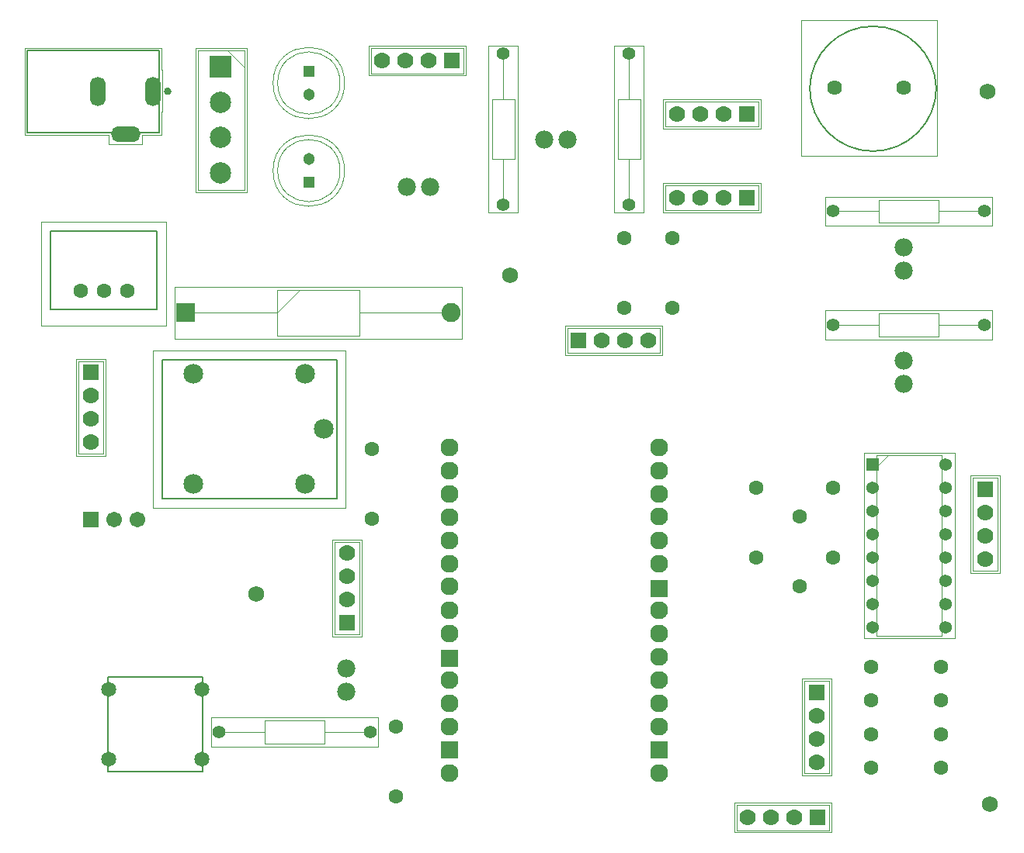
<source format=gts>
G04*
G04 #@! TF.GenerationSoftware,Altium Limited,Altium Designer,18.0.9 (584)*
G04*
G04 Layer_Color=8388736*
%FSLAX44Y44*%
%MOMM*%
G71*
G01*
G75*
%ADD10C,0.2000*%
%ADD11C,0.1000*%
%ADD12C,0.1270*%
%ADD13C,0.4000*%
%ADD16C,0.0001*%
%ADD17C,0.0500*%
%ADD18C,1.4032*%
%ADD19C,1.7272*%
%ADD20R,1.7032X1.7032*%
%ADD21C,1.7032*%
%ADD22R,1.7782X1.7782*%
%ADD23C,1.7782*%
%ADD24R,1.7782X1.7782*%
%ADD25R,1.3632X1.3632*%
%ADD26C,1.3632*%
%ADD27C,2.3332*%
%ADD28R,2.3332X2.3332*%
%ADD29R,2.0782X2.0782*%
%ADD30C,2.0782*%
%ADD31C,1.3032*%
%ADD32R,1.3032X1.3032*%
%ADD33C,1.6202*%
%ADD34C,1.6032*%
%ADD35C,1.6532*%
%ADD36C,2.1532*%
%ADD37C,1.9812*%
%ADD38O,3.2192X1.7112*%
%ADD39O,1.7112X3.2192*%
%ADD40C,1.9558*%
%ADD41R,1.9558X1.9558*%
D10*
X1112809Y1189800D02*
G03*
X1250709Y1189800I68950J0D01*
G01*
D02*
G03*
X1112809Y1189800I-68950J-1530D01*
G01*
X284970Y948345D02*
X400970D01*
Y1033345D01*
X284970D02*
X400970D01*
X284970Y948345D02*
Y1033345D01*
X347280Y546800D02*
X450280D01*
Y443800D02*
Y546800D01*
X347280Y443800D02*
X450280D01*
X347280D02*
Y546800D01*
X596730Y741430D02*
Y893430D01*
X406730D02*
X596730D01*
X406730Y741430D02*
Y893430D01*
Y741430D02*
X596730D01*
D11*
X600500Y1195260D02*
G03*
X600500Y1195260I-34000J0D01*
G01*
Y1099570D02*
G03*
X600500Y1099570I-34000J0D01*
G01*
X518730Y473910D02*
X583730D01*
X518730D02*
Y498910D01*
X583730D01*
Y473910D02*
Y498910D01*
Y486410D02*
X633730D01*
X468730D02*
X518730D01*
X315310Y891755D02*
X342710D01*
Y790655D02*
Y891755D01*
X315310Y790655D02*
X342710D01*
X315310D02*
Y891755D01*
X1106540Y542645D02*
X1133940D01*
Y441545D02*
Y542645D01*
X1106540Y441545D02*
X1133940D01*
X1106540D02*
Y542645D01*
X848215Y900700D02*
Y928100D01*
X949315D01*
Y900700D02*
Y928100D01*
X848215Y900700D02*
X949315D01*
X594630Y593340D02*
X622030D01*
X594630D02*
Y694440D01*
X622030D01*
Y593340D02*
Y694440D01*
X735160Y1205845D02*
Y1233245D01*
X634060Y1205845D02*
X735160D01*
X634060D02*
Y1233245D01*
X735160D01*
X1056724Y1147685D02*
Y1175085D01*
X955624Y1147685D02*
X1056724D01*
X955624D02*
Y1175085D01*
X1056724D01*
Y1056245D02*
Y1083645D01*
X955624Y1056245D02*
X1056724D01*
X955624D02*
Y1083645D01*
X1056724D01*
X1290164Y764090D02*
X1317564D01*
Y662990D02*
Y764090D01*
X1290164Y662990D02*
X1317564D01*
X1290164D02*
Y764090D01*
X1133940Y379490D02*
Y406890D01*
X1032840Y379490D02*
X1133940D01*
X1032840D02*
Y406890D01*
X1133940D01*
X1185714Y788665D02*
X1256814D01*
Y591765D02*
Y788665D01*
X1185714Y591765D02*
X1256814D01*
X1185714D02*
Y788665D01*
Y775965D02*
X1198414Y788665D01*
X477430Y1231180D02*
X496680Y1211930D01*
X445880Y1231180D02*
X496680D01*
X445880Y1078780D02*
Y1231180D01*
Y1078780D02*
X496680D01*
Y1231180D01*
X531880Y969450D02*
X621880D01*
Y919400D02*
Y969450D01*
X531880Y919400D02*
X621880D01*
X531880D02*
Y969450D01*
Y944430D02*
X556900Y969450D01*
X431880Y944430D02*
X531880D01*
X621880D02*
X721880D01*
X791090Y1112245D02*
Y1177245D01*
X766090Y1112245D02*
X791090D01*
X766090D02*
Y1177245D01*
X791090D01*
X778590D02*
Y1227245D01*
Y1062245D02*
Y1112245D01*
X903250D02*
Y1177245D01*
X928250D01*
Y1112245D02*
Y1177245D01*
X903250Y1112245D02*
X928250D01*
X915750Y1062245D02*
Y1112245D01*
Y1177245D02*
Y1227245D01*
X1188384Y943796D02*
X1253384D01*
Y918796D02*
Y943796D01*
X1188384Y918796D02*
X1253384D01*
X1188384D02*
Y943796D01*
X1138384Y931296D02*
X1188384D01*
X1253384D02*
X1303384D01*
X1188384Y1067689D02*
X1253384D01*
Y1042689D02*
Y1067689D01*
X1188384Y1042689D02*
X1253384D01*
X1188384D02*
Y1067689D01*
X1138384Y1055189D02*
X1188384D01*
X1253384D02*
X1303384D01*
X1103469Y1115850D02*
X1251369D01*
Y1263750D01*
X1103469D02*
X1251369D01*
X1103469Y1115850D02*
Y1263750D01*
X274970Y930345D02*
X410970D01*
Y1043345D01*
X274970D02*
X410970D01*
X274970Y930345D02*
Y1043345D01*
X606730Y731430D02*
Y903430D01*
X396730D02*
X606730D01*
X396730Y731430D02*
Y903430D01*
Y731430D02*
X606730D01*
D12*
X259550Y1141180D02*
Y1231180D01*
X403550Y1141180D02*
Y1231180D01*
X259550D02*
X403550D01*
X259550Y1141180D02*
X403550D01*
X259550D02*
Y1231180D01*
X403550Y1141180D02*
Y1231180D01*
X259550D02*
X403550D01*
X259550Y1141180D02*
X403550D01*
X259550D02*
Y1231180D01*
X403550D01*
X385050Y1141180D02*
X403550D01*
Y1201680D02*
Y1231180D01*
X259550Y1141180D02*
X349050D01*
X403550D02*
Y1171680D01*
D13*
X414550Y1186180D02*
G03*
X414550Y1186180I-2000J0D01*
G01*
D16*
X358550Y1144180D02*
X374550D01*
X358550Y1134180D02*
Y1144180D01*
Y1134180D02*
X374550D01*
Y1144180D01*
X331550Y1178180D02*
Y1194180D01*
Y1178180D02*
X341550D01*
Y1194180D01*
X331550D02*
X341550D01*
X391550Y1178180D02*
Y1194180D01*
Y1178180D02*
X401550D01*
Y1194180D01*
X391550D02*
X401550D01*
D17*
X605500Y1195260D02*
G03*
X605500Y1195260I-39000J0D01*
G01*
Y1099570D02*
G03*
X605500Y1099570I-39000J0D01*
G01*
X460230Y470410D02*
X642230D01*
X460230D02*
Y502410D01*
X642230D01*
Y470410D02*
Y502410D01*
X312810Y894255D02*
X345210D01*
Y788155D02*
Y894255D01*
X312810Y788155D02*
X345210D01*
X312810D02*
Y894255D01*
X1104040Y545145D02*
X1136440D01*
Y439045D02*
Y545145D01*
X1104040Y439045D02*
X1136440D01*
X1104040D02*
Y545145D01*
X845715Y898200D02*
Y930600D01*
X951815D01*
Y898200D02*
Y930600D01*
X845715Y898200D02*
X951815D01*
X592130Y590840D02*
X624530D01*
X592130D02*
Y696940D01*
X624530D01*
Y590840D02*
Y696940D01*
X737660Y1203345D02*
Y1235745D01*
X631560Y1203345D02*
X737660D01*
X631560D02*
Y1235745D01*
X737660D01*
X1059224Y1145185D02*
Y1177585D01*
X953124Y1145185D02*
X1059224D01*
X953124D02*
Y1177585D01*
X1059224D01*
Y1053745D02*
Y1086145D01*
X953124Y1053745D02*
X1059224D01*
X953124D02*
Y1086145D01*
X1059224D01*
X1287664Y766590D02*
X1320064D01*
Y660490D02*
Y766590D01*
X1287664Y660490D02*
X1320064D01*
X1287664D02*
Y766590D01*
X1136440Y376990D02*
Y409390D01*
X1030340Y376990D02*
X1136440D01*
X1030340D02*
Y409390D01*
X1136440D01*
X1171664Y791165D02*
X1270864D01*
Y589265D02*
Y791165D01*
X1171664Y589265D02*
X1270864D01*
X1171664D02*
Y791165D01*
X443380Y1233680D02*
X499180D01*
X443380Y1076280D02*
Y1233680D01*
Y1076280D02*
X499180D01*
Y1233680D01*
X420000Y972950D02*
X733750D01*
Y915900D02*
Y972950D01*
X420000Y915900D02*
X733750D01*
X420000D02*
Y972950D01*
X794590Y1053745D02*
Y1235745D01*
X762590Y1053745D02*
X794590D01*
X762590D02*
Y1235745D01*
X794590D01*
X899750Y1053745D02*
Y1235745D01*
X931750D01*
Y1053745D02*
Y1235745D01*
X899750Y1053745D02*
X931750D01*
X1129884Y947296D02*
X1311884D01*
Y915296D02*
Y947296D01*
X1129884Y915296D02*
X1311884D01*
X1129884D02*
Y947296D01*
Y1071189D02*
X1311884D01*
Y1039189D02*
Y1071189D01*
X1129884Y1039189D02*
X1311884D01*
X1129884D02*
Y1071189D01*
X406050Y1209680D02*
X407050D01*
Y1163680D02*
Y1209680D01*
X406050Y1163680D02*
X407050D01*
X406050Y1138680D02*
Y1163680D01*
Y1209680D02*
Y1233680D01*
X256550D02*
X406050D01*
X256550Y1138680D02*
Y1233680D01*
Y1138680D02*
X348050D01*
Y1128180D02*
Y1138680D01*
Y1128180D02*
X385050D01*
Y1138680D01*
X406050D01*
D18*
X633730Y486410D02*
D03*
X468730D02*
D03*
X778590Y1227245D02*
D03*
Y1062245D02*
D03*
X915750D02*
D03*
Y1227245D02*
D03*
X1138384Y931296D02*
D03*
X1303384D02*
D03*
X1138384Y1055189D02*
D03*
X1303384D02*
D03*
D19*
X509270Y637540D02*
D03*
X1309370Y407670D02*
D03*
X786130Y985520D02*
D03*
X1306830Y1186180D02*
D03*
D20*
X328635Y718820D02*
D03*
D21*
X354035D02*
D03*
X379435D02*
D03*
D22*
X329010Y879305D02*
D03*
X1120240Y530195D02*
D03*
X608330Y605790D02*
D03*
X1303864Y751640D02*
D03*
D23*
X329010Y853905D02*
D03*
Y828505D02*
D03*
Y803105D02*
D03*
X1120240Y504795D02*
D03*
Y479395D02*
D03*
Y453995D02*
D03*
X886065Y914400D02*
D03*
X911465D02*
D03*
X936865D02*
D03*
X608330Y631190D02*
D03*
Y656590D02*
D03*
Y681990D02*
D03*
X697310Y1219545D02*
D03*
X671910D02*
D03*
X646510D02*
D03*
X1018874Y1161385D02*
D03*
X993474D02*
D03*
X968074D02*
D03*
X1018874Y1069945D02*
D03*
X993474D02*
D03*
X968074D02*
D03*
X1303864Y726240D02*
D03*
Y700840D02*
D03*
Y675440D02*
D03*
X1096090Y393190D02*
D03*
X1070690D02*
D03*
X1045290D02*
D03*
D24*
X860665Y914400D02*
D03*
X722710Y1219545D02*
D03*
X1044274Y1161385D02*
D03*
Y1069945D02*
D03*
X1121490Y393190D02*
D03*
D25*
X1181564Y779115D02*
D03*
D26*
Y753715D02*
D03*
Y728315D02*
D03*
Y702915D02*
D03*
Y677515D02*
D03*
Y652115D02*
D03*
Y626715D02*
D03*
Y601315D02*
D03*
X1260964D02*
D03*
Y626715D02*
D03*
Y652115D02*
D03*
Y677515D02*
D03*
Y702915D02*
D03*
Y728315D02*
D03*
Y753715D02*
D03*
Y779115D02*
D03*
D27*
X469980Y1097230D02*
D03*
Y1135730D02*
D03*
Y1174230D02*
D03*
D28*
Y1212730D02*
D03*
D29*
X431880Y944430D02*
D03*
D30*
X721880D02*
D03*
D31*
X566500Y1182760D02*
D03*
Y1112070D02*
D03*
D32*
Y1207760D02*
D03*
Y1087070D02*
D03*
D33*
X1139469Y1189800D02*
D03*
X1215369D02*
D03*
D34*
X317570Y968345D02*
D03*
X342970D02*
D03*
X368370D02*
D03*
X1255630Y558135D02*
D03*
X1179430D02*
D03*
X910590Y949960D02*
D03*
Y1026160D02*
D03*
X1255630Y447645D02*
D03*
X1179430D02*
D03*
X1138254Y677515D02*
D03*
Y753715D02*
D03*
X635000Y719147D02*
D03*
Y795347D02*
D03*
X661670Y492760D02*
D03*
Y416560D02*
D03*
X1101424Y721965D02*
D03*
Y645765D02*
D03*
X1179430Y521305D02*
D03*
X1255630D02*
D03*
Y484475D02*
D03*
X1179430D02*
D03*
X962660Y949960D02*
D03*
Y1026160D02*
D03*
X1054154Y753715D02*
D03*
Y677515D02*
D03*
D35*
X449580Y533400D02*
D03*
X347980D02*
D03*
X449580Y457200D02*
D03*
X347980D02*
D03*
D36*
X582730Y817430D02*
D03*
X562730Y757430D02*
D03*
X440730D02*
D03*
Y877430D02*
D03*
X562730D02*
D03*
D37*
X698580Y1081590D02*
D03*
X673180D02*
D03*
X848440Y1133760D02*
D03*
X823040D02*
D03*
X607315Y556260D02*
D03*
Y530860D02*
D03*
X1215369Y990400D02*
D03*
Y1015800D02*
D03*
Y866507D02*
D03*
Y891908D02*
D03*
D38*
X366550Y1139180D02*
D03*
D39*
X336550Y1186180D02*
D03*
X396550D02*
D03*
D40*
X720170Y441510D02*
D03*
Y543110D02*
D03*
Y517710D02*
D03*
Y492310D02*
D03*
Y593910D02*
D03*
Y619310D02*
D03*
Y645980D02*
D03*
Y797110D02*
D03*
Y771710D02*
D03*
Y746310D02*
D03*
Y720910D02*
D03*
Y695510D02*
D03*
Y670110D02*
D03*
X948770Y441510D02*
D03*
Y543110D02*
D03*
Y517710D02*
D03*
Y492310D02*
D03*
Y568510D02*
D03*
Y593910D02*
D03*
Y619310D02*
D03*
Y797110D02*
D03*
Y771710D02*
D03*
Y746310D02*
D03*
Y722180D02*
D03*
Y695510D02*
D03*
Y670110D02*
D03*
D41*
X720170Y466910D02*
D03*
Y567240D02*
D03*
X948770Y466910D02*
D03*
Y643440D02*
D03*
M02*

</source>
